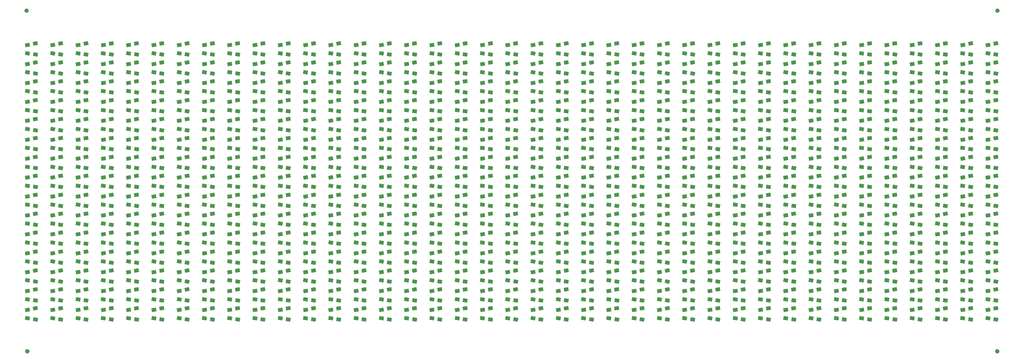
<source format=gtp>
G04*
G04 #@! TF.GenerationSoftware,Altium Limited,Altium Designer,18.1.7 (191)*
G04*
G04 Layer_Color=8421504*
%FSLAX44Y44*%
%MOMM*%
G71*
G01*
G75*
G04:AMPARAMS|DCode=11|XSize=2.2mm|YSize=1.8mm|CornerRadius=0mm|HoleSize=0mm|Usage=FLASHONLY|Rotation=350.000|XOffset=0mm|YOffset=0mm|HoleType=Round|Shape=Rectangle|*
%AMROTATEDRECTD11*
4,1,4,-1.2396,-0.6953,-0.9270,1.0773,1.2396,0.6953,0.9270,-1.0773,-1.2396,-0.6953,0.0*
%
%ADD11ROTATEDRECTD11*%

G04:AMPARAMS|DCode=12|XSize=2.2mm|YSize=1.8mm|CornerRadius=0mm|HoleSize=0mm|Usage=FLASHONLY|Rotation=190.000|XOffset=0mm|YOffset=0mm|HoleType=Round|Shape=Rectangle|*
%AMROTATEDRECTD12*
4,1,4,0.9270,1.0773,1.2396,-0.6953,-0.9270,-1.0773,-1.2396,0.6953,0.9270,1.0773,0.0*
%
%ADD12ROTATEDRECTD12*%

%ADD17C,2.0000*%
D11*
X88711Y351701D02*
D03*
X51115Y357314D02*
D03*
X88711Y261701D02*
D03*
X51115Y267314D02*
D03*
X88711Y171701D02*
D03*
X51115Y177314D02*
D03*
X88711Y1071701D02*
D03*
X51115Y1077315D02*
D03*
X88711Y1161701D02*
D03*
X51115Y1167315D02*
D03*
X88711Y1251701D02*
D03*
X51115Y1257315D02*
D03*
X88711Y1341701D02*
D03*
X51115Y1347314D02*
D03*
X88711Y1431701D02*
D03*
X51115Y1437314D02*
D03*
X88711Y981701D02*
D03*
X51115Y987315D02*
D03*
X88711Y891701D02*
D03*
X51115Y897315D02*
D03*
X88711Y801701D02*
D03*
X51115Y807315D02*
D03*
X88711Y711701D02*
D03*
X51115Y717315D02*
D03*
X88711Y621701D02*
D03*
X51115Y627314D02*
D03*
X88711Y441701D02*
D03*
X51115Y447314D02*
D03*
X88711Y531701D02*
D03*
X51115Y537314D02*
D03*
X208711Y351701D02*
D03*
X171115Y357314D02*
D03*
X208711Y261701D02*
D03*
X171115Y267314D02*
D03*
X208711Y171701D02*
D03*
X171115Y177314D02*
D03*
X208711Y1071701D02*
D03*
X171115Y1077315D02*
D03*
X208711Y1161701D02*
D03*
X171115Y1167315D02*
D03*
X208711Y1251701D02*
D03*
X171115Y1257315D02*
D03*
X208711Y1341701D02*
D03*
X171115Y1347314D02*
D03*
X208711Y1431701D02*
D03*
X171115Y1437314D02*
D03*
X208711Y981701D02*
D03*
X171115Y987315D02*
D03*
X208711Y891701D02*
D03*
X171115Y897315D02*
D03*
X208711Y801701D02*
D03*
X171115Y807315D02*
D03*
X208711Y711701D02*
D03*
X171115Y717315D02*
D03*
X208711Y621701D02*
D03*
X171115Y627314D02*
D03*
X208711Y441701D02*
D03*
X171115Y447314D02*
D03*
X208711Y531701D02*
D03*
X171115Y537314D02*
D03*
X328711Y351701D02*
D03*
X291115Y357314D02*
D03*
X328711Y261701D02*
D03*
X291115Y267314D02*
D03*
X328711Y171701D02*
D03*
X291115Y177314D02*
D03*
X328711Y1071701D02*
D03*
X291115Y1077315D02*
D03*
X328711Y1161701D02*
D03*
X291115Y1167315D02*
D03*
X328711Y1251701D02*
D03*
X291115Y1257315D02*
D03*
X328711Y1341701D02*
D03*
X291115Y1347314D02*
D03*
X328711Y1431701D02*
D03*
X291115Y1437314D02*
D03*
X328711Y981701D02*
D03*
X291115Y987315D02*
D03*
X328711Y891701D02*
D03*
X291115Y897315D02*
D03*
X328711Y801701D02*
D03*
X291115Y807315D02*
D03*
X328711Y711701D02*
D03*
X291115Y717315D02*
D03*
X328711Y621701D02*
D03*
X291115Y627314D02*
D03*
X328711Y441701D02*
D03*
X291115Y447314D02*
D03*
X328711Y531701D02*
D03*
X291115Y537314D02*
D03*
X448711Y351701D02*
D03*
X411115Y357314D02*
D03*
X448711Y261701D02*
D03*
X411115Y267314D02*
D03*
X448711Y171701D02*
D03*
X411115Y177314D02*
D03*
X448711Y1071701D02*
D03*
X411115Y1077315D02*
D03*
X448711Y1161701D02*
D03*
X411115Y1167315D02*
D03*
X448711Y1251701D02*
D03*
X411115Y1257315D02*
D03*
X448711Y1341701D02*
D03*
X411115Y1347314D02*
D03*
X448711Y1431701D02*
D03*
X411115Y1437314D02*
D03*
X448711Y981701D02*
D03*
X411115Y987315D02*
D03*
X448711Y891701D02*
D03*
X411115Y897315D02*
D03*
X448711Y801701D02*
D03*
X411115Y807315D02*
D03*
X448711Y711701D02*
D03*
X411115Y717315D02*
D03*
X448711Y621701D02*
D03*
X411115Y627314D02*
D03*
X448711Y441701D02*
D03*
X411115Y447314D02*
D03*
X448711Y531701D02*
D03*
X411115Y537314D02*
D03*
X568711Y351701D02*
D03*
X531115Y357314D02*
D03*
X568711Y261701D02*
D03*
X531115Y267314D02*
D03*
X568711Y171701D02*
D03*
X531115Y177314D02*
D03*
X568711Y1071701D02*
D03*
X531115Y1077315D02*
D03*
X568711Y1161701D02*
D03*
X531115Y1167315D02*
D03*
X568711Y1251701D02*
D03*
X531115Y1257315D02*
D03*
X568711Y1341701D02*
D03*
X531115Y1347314D02*
D03*
X568711Y1431701D02*
D03*
X531115Y1437314D02*
D03*
X568711Y981701D02*
D03*
X531115Y987315D02*
D03*
X568711Y891701D02*
D03*
X531115Y897315D02*
D03*
X568711Y801701D02*
D03*
X531115Y807315D02*
D03*
X568711Y711701D02*
D03*
X531115Y717315D02*
D03*
X568711Y621701D02*
D03*
X531115Y627314D02*
D03*
X568711Y441701D02*
D03*
X531115Y447314D02*
D03*
X568711Y531701D02*
D03*
X531115Y537314D02*
D03*
X688711Y351701D02*
D03*
X651115Y357314D02*
D03*
X688711Y261701D02*
D03*
X651115Y267314D02*
D03*
X688711Y171701D02*
D03*
X651115Y177314D02*
D03*
X688711Y1071701D02*
D03*
X651115Y1077315D02*
D03*
X688711Y1161701D02*
D03*
X651115Y1167315D02*
D03*
X688711Y1251701D02*
D03*
X651115Y1257315D02*
D03*
X688711Y1341701D02*
D03*
X651115Y1347314D02*
D03*
X688711Y1431701D02*
D03*
X651115Y1437314D02*
D03*
X688711Y981701D02*
D03*
X651115Y987315D02*
D03*
X688711Y891701D02*
D03*
X651115Y897315D02*
D03*
X688711Y801701D02*
D03*
X651115Y807315D02*
D03*
X688711Y711701D02*
D03*
X651115Y717315D02*
D03*
X688711Y621701D02*
D03*
X651115Y627314D02*
D03*
X688711Y441701D02*
D03*
X651115Y447314D02*
D03*
X688711Y531701D02*
D03*
X651115Y537314D02*
D03*
X808711Y351701D02*
D03*
X771115Y357314D02*
D03*
X808711Y261701D02*
D03*
X771115Y267314D02*
D03*
X808711Y171701D02*
D03*
X771115Y177314D02*
D03*
X808711Y1071701D02*
D03*
X771115Y1077315D02*
D03*
X808711Y1161701D02*
D03*
X771115Y1167315D02*
D03*
X808711Y1251701D02*
D03*
X771115Y1257315D02*
D03*
X808711Y1341701D02*
D03*
X771115Y1347314D02*
D03*
X808711Y1431701D02*
D03*
X771115Y1437314D02*
D03*
X808711Y981701D02*
D03*
X771115Y987315D02*
D03*
X808711Y891701D02*
D03*
X771115Y897315D02*
D03*
X808711Y801701D02*
D03*
X771115Y807315D02*
D03*
X808711Y711701D02*
D03*
X771115Y717315D02*
D03*
X808711Y621701D02*
D03*
X771115Y627314D02*
D03*
X808711Y441701D02*
D03*
X771115Y447314D02*
D03*
X808711Y531701D02*
D03*
X771115Y537314D02*
D03*
X928711Y351701D02*
D03*
X891115Y357314D02*
D03*
X928711Y261701D02*
D03*
X891115Y267314D02*
D03*
X928711Y171701D02*
D03*
X891115Y177314D02*
D03*
X928711Y1071701D02*
D03*
X891115Y1077315D02*
D03*
X928711Y1161701D02*
D03*
X891115Y1167315D02*
D03*
X928711Y1251701D02*
D03*
X891115Y1257315D02*
D03*
X928711Y1341701D02*
D03*
X891115Y1347314D02*
D03*
X928711Y1431701D02*
D03*
X891115Y1437314D02*
D03*
X928711Y981701D02*
D03*
X891115Y987315D02*
D03*
X928711Y891701D02*
D03*
X891115Y897315D02*
D03*
X928711Y801701D02*
D03*
X891115Y807315D02*
D03*
X928711Y711701D02*
D03*
X891115Y717315D02*
D03*
X928711Y621701D02*
D03*
X891115Y627314D02*
D03*
X928711Y441701D02*
D03*
X891115Y447314D02*
D03*
X928711Y531701D02*
D03*
X891115Y537314D02*
D03*
X1048711Y351701D02*
D03*
X1011115Y357314D02*
D03*
X1048711Y261701D02*
D03*
X1011115Y267314D02*
D03*
X1048711Y171701D02*
D03*
X1011115Y177314D02*
D03*
X1048711Y1071701D02*
D03*
X1011115Y1077315D02*
D03*
X1048711Y1161701D02*
D03*
X1011115Y1167315D02*
D03*
X1048711Y1251701D02*
D03*
X1011115Y1257315D02*
D03*
X1048711Y1341701D02*
D03*
X1011115Y1347314D02*
D03*
X1048711Y1431701D02*
D03*
X1011115Y1437314D02*
D03*
X1048711Y981701D02*
D03*
X1011115Y987315D02*
D03*
X1048711Y891701D02*
D03*
X1011115Y897315D02*
D03*
X1048711Y801701D02*
D03*
X1011115Y807315D02*
D03*
X1048711Y711701D02*
D03*
X1011115Y717315D02*
D03*
X1048711Y621701D02*
D03*
X1011115Y627314D02*
D03*
X1048711Y441701D02*
D03*
X1011115Y447314D02*
D03*
X1048711Y531701D02*
D03*
X1011115Y537314D02*
D03*
X1168711Y351701D02*
D03*
X1131115Y357314D02*
D03*
X1168711Y261701D02*
D03*
X1131115Y267314D02*
D03*
X1168711Y171701D02*
D03*
X1131115Y177314D02*
D03*
X1168711Y1071701D02*
D03*
X1131115Y1077315D02*
D03*
X1168711Y1161701D02*
D03*
X1131115Y1167315D02*
D03*
X1168711Y1251701D02*
D03*
X1131115Y1257315D02*
D03*
X1168711Y1341701D02*
D03*
X1131115Y1347314D02*
D03*
X1168711Y1431701D02*
D03*
X1131115Y1437314D02*
D03*
X1168711Y981701D02*
D03*
X1131115Y987315D02*
D03*
X1168711Y891701D02*
D03*
X1131115Y897315D02*
D03*
X1168711Y801701D02*
D03*
X1131115Y807315D02*
D03*
X1168711Y711701D02*
D03*
X1131115Y717315D02*
D03*
X1168711Y621701D02*
D03*
X1131115Y627314D02*
D03*
X1168711Y441701D02*
D03*
X1131115Y447314D02*
D03*
X1168711Y531701D02*
D03*
X1131115Y537314D02*
D03*
X1288711Y351701D02*
D03*
X1251115Y357314D02*
D03*
X1288711Y261701D02*
D03*
X1251115Y267314D02*
D03*
X1288711Y171701D02*
D03*
X1251115Y177314D02*
D03*
X1288711Y1071701D02*
D03*
X1251115Y1077315D02*
D03*
X1288711Y1161701D02*
D03*
X1251115Y1167315D02*
D03*
X1288711Y1251701D02*
D03*
X1251115Y1257315D02*
D03*
X1288711Y1341701D02*
D03*
X1251115Y1347314D02*
D03*
X1288711Y1431701D02*
D03*
X1251115Y1437314D02*
D03*
X1288711Y981701D02*
D03*
X1251115Y987315D02*
D03*
X1288711Y891701D02*
D03*
X1251115Y897315D02*
D03*
X1288711Y801701D02*
D03*
X1251115Y807315D02*
D03*
X1288711Y711701D02*
D03*
X1251115Y717315D02*
D03*
X1288711Y621701D02*
D03*
X1251115Y627314D02*
D03*
X1288711Y441701D02*
D03*
X1251115Y447314D02*
D03*
X1288711Y531701D02*
D03*
X1251115Y537314D02*
D03*
X1408711Y351701D02*
D03*
X1371115Y357314D02*
D03*
X1408711Y261701D02*
D03*
X1371115Y267314D02*
D03*
X1408711Y171701D02*
D03*
X1371115Y177314D02*
D03*
X1408711Y1071701D02*
D03*
X1371115Y1077315D02*
D03*
X1408711Y1161701D02*
D03*
X1371115Y1167315D02*
D03*
X1408711Y1251701D02*
D03*
X1371115Y1257315D02*
D03*
X1408711Y1341701D02*
D03*
X1371115Y1347314D02*
D03*
X1408711Y1431701D02*
D03*
X1371115Y1437314D02*
D03*
X1408711Y981701D02*
D03*
X1371115Y987315D02*
D03*
X1408711Y891701D02*
D03*
X1371115Y897315D02*
D03*
X1408711Y801701D02*
D03*
X1371115Y807315D02*
D03*
X1408711Y711701D02*
D03*
X1371115Y717315D02*
D03*
X1408711Y621701D02*
D03*
X1371115Y627314D02*
D03*
X1408711Y441701D02*
D03*
X1371115Y447314D02*
D03*
X1408711Y531701D02*
D03*
X1371115Y537314D02*
D03*
X1528711Y351701D02*
D03*
X1491115Y357314D02*
D03*
X1528711Y261701D02*
D03*
X1491115Y267314D02*
D03*
X1528711Y171701D02*
D03*
X1491115Y177314D02*
D03*
X1528711Y1071701D02*
D03*
X1491115Y1077315D02*
D03*
X1528711Y1161701D02*
D03*
X1491115Y1167315D02*
D03*
X1528711Y1251701D02*
D03*
X1491115Y1257315D02*
D03*
X1528711Y1341701D02*
D03*
X1491115Y1347314D02*
D03*
X1528711Y1431701D02*
D03*
X1491115Y1437314D02*
D03*
X1528711Y981701D02*
D03*
X1491115Y987315D02*
D03*
X1528711Y891701D02*
D03*
X1491115Y897315D02*
D03*
X1528711Y801701D02*
D03*
X1491115Y807315D02*
D03*
X1528711Y711701D02*
D03*
X1491115Y717315D02*
D03*
X1528711Y621701D02*
D03*
X1491115Y627314D02*
D03*
X1528711Y441701D02*
D03*
X1491115Y447314D02*
D03*
X1528711Y531701D02*
D03*
X1491115Y537314D02*
D03*
X1648711Y351701D02*
D03*
X1611115Y357314D02*
D03*
X1648711Y261701D02*
D03*
X1611115Y267314D02*
D03*
X1648711Y171701D02*
D03*
X1611115Y177314D02*
D03*
X1648711Y1071701D02*
D03*
X1611115Y1077315D02*
D03*
X1648711Y1161701D02*
D03*
X1611115Y1167315D02*
D03*
X1648711Y1251701D02*
D03*
X1611115Y1257315D02*
D03*
X1648711Y1341701D02*
D03*
X1611115Y1347314D02*
D03*
X1648711Y1431701D02*
D03*
X1611115Y1437314D02*
D03*
X1648711Y981701D02*
D03*
X1611115Y987315D02*
D03*
X1648711Y891701D02*
D03*
X1611115Y897315D02*
D03*
X1648711Y801701D02*
D03*
X1611115Y807315D02*
D03*
X1648711Y711701D02*
D03*
X1611115Y717315D02*
D03*
X1648711Y621701D02*
D03*
X1611115Y627314D02*
D03*
X1648711Y441701D02*
D03*
X1611115Y447314D02*
D03*
X1648711Y531701D02*
D03*
X1611115Y537314D02*
D03*
X1768711Y351701D02*
D03*
X1731115Y357314D02*
D03*
X1768711Y261701D02*
D03*
X1731115Y267314D02*
D03*
X1768711Y171701D02*
D03*
X1731115Y177314D02*
D03*
X1768711Y1071701D02*
D03*
X1731115Y1077315D02*
D03*
X1768711Y1161701D02*
D03*
X1731115Y1167315D02*
D03*
X1768711Y1251701D02*
D03*
X1731115Y1257315D02*
D03*
X1768711Y1341701D02*
D03*
X1731115Y1347314D02*
D03*
X1768711Y1431701D02*
D03*
X1731115Y1437314D02*
D03*
X1768711Y981701D02*
D03*
X1731115Y987315D02*
D03*
X1768711Y891701D02*
D03*
X1731115Y897315D02*
D03*
X1768711Y801701D02*
D03*
X1731115Y807315D02*
D03*
X1768711Y711701D02*
D03*
X1731115Y717315D02*
D03*
X1768711Y621701D02*
D03*
X1731115Y627314D02*
D03*
X1768711Y441701D02*
D03*
X1731115Y447314D02*
D03*
X1768711Y531701D02*
D03*
X1731115Y537314D02*
D03*
X1888711Y351701D02*
D03*
X1851115Y357314D02*
D03*
X1888711Y261701D02*
D03*
X1851115Y267314D02*
D03*
X1888711Y171701D02*
D03*
X1851115Y177314D02*
D03*
X1888711Y1071701D02*
D03*
X1851115Y1077315D02*
D03*
X1888711Y1161701D02*
D03*
X1851115Y1167315D02*
D03*
X1888711Y1251701D02*
D03*
X1851115Y1257315D02*
D03*
X1888711Y1341701D02*
D03*
X1851115Y1347314D02*
D03*
X1888711Y1431701D02*
D03*
X1851115Y1437314D02*
D03*
X1888711Y981701D02*
D03*
X1851115Y987315D02*
D03*
X1888711Y891701D02*
D03*
X1851115Y897315D02*
D03*
X1888711Y801701D02*
D03*
X1851115Y807315D02*
D03*
X1888711Y711701D02*
D03*
X1851115Y717315D02*
D03*
X1888711Y621701D02*
D03*
X1851115Y627314D02*
D03*
X1888711Y441701D02*
D03*
X1851115Y447314D02*
D03*
X1888711Y531701D02*
D03*
X1851115Y537314D02*
D03*
X2008711Y351701D02*
D03*
X1971115Y357314D02*
D03*
X2008711Y261701D02*
D03*
X1971115Y267314D02*
D03*
X2008711Y171701D02*
D03*
X1971115Y177314D02*
D03*
X2008711Y1071701D02*
D03*
X1971115Y1077315D02*
D03*
X2008711Y1161701D02*
D03*
X1971115Y1167315D02*
D03*
X2008711Y1251701D02*
D03*
X1971115Y1257315D02*
D03*
X2008711Y1341701D02*
D03*
X1971115Y1347314D02*
D03*
X2008711Y1431701D02*
D03*
X1971115Y1437314D02*
D03*
X2008711Y981701D02*
D03*
X1971115Y987315D02*
D03*
X2008711Y891701D02*
D03*
X1971115Y897315D02*
D03*
X2008711Y801701D02*
D03*
X1971115Y807315D02*
D03*
X2008711Y711701D02*
D03*
X1971115Y717315D02*
D03*
X2008711Y621701D02*
D03*
X1971115Y627314D02*
D03*
X2008711Y441701D02*
D03*
X1971115Y447314D02*
D03*
X2008711Y531701D02*
D03*
X1971115Y537314D02*
D03*
X2128711Y351701D02*
D03*
X2091115Y357314D02*
D03*
X2128711Y261701D02*
D03*
X2091115Y267314D02*
D03*
X2128711Y171701D02*
D03*
X2091115Y177314D02*
D03*
X2128711Y1071701D02*
D03*
X2091115Y1077315D02*
D03*
X2128711Y1161701D02*
D03*
X2091115Y1167315D02*
D03*
X2128711Y1251701D02*
D03*
X2091115Y1257315D02*
D03*
X2128711Y1341701D02*
D03*
X2091115Y1347314D02*
D03*
X2128711Y1431701D02*
D03*
X2091115Y1437314D02*
D03*
X2128711Y981701D02*
D03*
X2091115Y987315D02*
D03*
X2128711Y891701D02*
D03*
X2091115Y897315D02*
D03*
X2128711Y801701D02*
D03*
X2091115Y807315D02*
D03*
X2128711Y711701D02*
D03*
X2091115Y717315D02*
D03*
X2128711Y621701D02*
D03*
X2091115Y627314D02*
D03*
X2128711Y441701D02*
D03*
X2091115Y447314D02*
D03*
X2128711Y531701D02*
D03*
X2091115Y537314D02*
D03*
X2248711Y351701D02*
D03*
X2211115Y357314D02*
D03*
X2248711Y261701D02*
D03*
X2211115Y267314D02*
D03*
X2248711Y171701D02*
D03*
X2211115Y177314D02*
D03*
X2248711Y1071701D02*
D03*
X2211115Y1077315D02*
D03*
X2248711Y1161701D02*
D03*
X2211115Y1167315D02*
D03*
X2248711Y1251701D02*
D03*
X2211115Y1257315D02*
D03*
X2248711Y1341701D02*
D03*
X2211115Y1347314D02*
D03*
X2248711Y1431701D02*
D03*
X2211115Y1437314D02*
D03*
X2248711Y981701D02*
D03*
X2211115Y987315D02*
D03*
X2248711Y891701D02*
D03*
X2211115Y897315D02*
D03*
X2248711Y801701D02*
D03*
X2211115Y807315D02*
D03*
X2248711Y711701D02*
D03*
X2211115Y717315D02*
D03*
X2248711Y621701D02*
D03*
X2211115Y627314D02*
D03*
X2248711Y441701D02*
D03*
X2211115Y447314D02*
D03*
X2248711Y531701D02*
D03*
X2211115Y537314D02*
D03*
X2368711Y351701D02*
D03*
X2331115Y357314D02*
D03*
X2368711Y261701D02*
D03*
X2331115Y267314D02*
D03*
X2368711Y171701D02*
D03*
X2331115Y177314D02*
D03*
X2368711Y1071701D02*
D03*
X2331115Y1077315D02*
D03*
X2368711Y1161701D02*
D03*
X2331115Y1167315D02*
D03*
X2368711Y1251701D02*
D03*
X2331115Y1257315D02*
D03*
X2368711Y1341701D02*
D03*
X2331115Y1347314D02*
D03*
X2368711Y1431701D02*
D03*
X2331115Y1437314D02*
D03*
X2368711Y981701D02*
D03*
X2331115Y987315D02*
D03*
X2368711Y891701D02*
D03*
X2331115Y897315D02*
D03*
X2368711Y801701D02*
D03*
X2331115Y807315D02*
D03*
X2368711Y711701D02*
D03*
X2331115Y717315D02*
D03*
X2368711Y621701D02*
D03*
X2331115Y627314D02*
D03*
X2368711Y441701D02*
D03*
X2331115Y447314D02*
D03*
X2368711Y531701D02*
D03*
X2331115Y537314D02*
D03*
X2488711Y351701D02*
D03*
X2451115Y357314D02*
D03*
X2488711Y261701D02*
D03*
X2451115Y267314D02*
D03*
X2488711Y171701D02*
D03*
X2451115Y177314D02*
D03*
X2488711Y1071701D02*
D03*
X2451115Y1077315D02*
D03*
X2488711Y1161701D02*
D03*
X2451115Y1167315D02*
D03*
X2488711Y1251701D02*
D03*
X2451115Y1257315D02*
D03*
X2488711Y1341701D02*
D03*
X2451115Y1347314D02*
D03*
X2488711Y1431701D02*
D03*
X2451115Y1437314D02*
D03*
X2488711Y981701D02*
D03*
X2451115Y987315D02*
D03*
X2488711Y891701D02*
D03*
X2451115Y897315D02*
D03*
X2488711Y801701D02*
D03*
X2451115Y807315D02*
D03*
X2488711Y711701D02*
D03*
X2451115Y717315D02*
D03*
X2488711Y621701D02*
D03*
X2451115Y627314D02*
D03*
X2488711Y441701D02*
D03*
X2451115Y447314D02*
D03*
X2488711Y531701D02*
D03*
X2451115Y537314D02*
D03*
X2608711Y351701D02*
D03*
X2571115Y357314D02*
D03*
X2608711Y261701D02*
D03*
X2571115Y267314D02*
D03*
X2608711Y171701D02*
D03*
X2571115Y177314D02*
D03*
X2608711Y1071701D02*
D03*
X2571115Y1077315D02*
D03*
X2608711Y1161701D02*
D03*
X2571115Y1167315D02*
D03*
X2608711Y1251701D02*
D03*
X2571115Y1257315D02*
D03*
X2608711Y1341701D02*
D03*
X2571115Y1347314D02*
D03*
X2608711Y1431701D02*
D03*
X2571115Y1437314D02*
D03*
X2608711Y981701D02*
D03*
X2571115Y987315D02*
D03*
X2608711Y891701D02*
D03*
X2571115Y897315D02*
D03*
X2608711Y801701D02*
D03*
X2571115Y807315D02*
D03*
X2608711Y711701D02*
D03*
X2571115Y717315D02*
D03*
X2608711Y621701D02*
D03*
X2571115Y627314D02*
D03*
X2608711Y441701D02*
D03*
X2571115Y447314D02*
D03*
X2608711Y531701D02*
D03*
X2571115Y537314D02*
D03*
X2728711Y351701D02*
D03*
X2691115Y357314D02*
D03*
X2728711Y261701D02*
D03*
X2691115Y267314D02*
D03*
X2728711Y171701D02*
D03*
X2691115Y177314D02*
D03*
X2728711Y1071701D02*
D03*
X2691115Y1077315D02*
D03*
X2728711Y1161701D02*
D03*
X2691115Y1167315D02*
D03*
X2728711Y1251701D02*
D03*
X2691115Y1257315D02*
D03*
X2728711Y1341701D02*
D03*
X2691115Y1347314D02*
D03*
X2728711Y1431701D02*
D03*
X2691115Y1437314D02*
D03*
X2728711Y981701D02*
D03*
X2691115Y987315D02*
D03*
X2728711Y891701D02*
D03*
X2691115Y897315D02*
D03*
X2728711Y801701D02*
D03*
X2691115Y807315D02*
D03*
X2728711Y711701D02*
D03*
X2691115Y717315D02*
D03*
X2728711Y621701D02*
D03*
X2691115Y627314D02*
D03*
X2728711Y441701D02*
D03*
X2691115Y447314D02*
D03*
X2728711Y531701D02*
D03*
X2691115Y537314D02*
D03*
X2848711Y351701D02*
D03*
X2811115Y357314D02*
D03*
X2848711Y261701D02*
D03*
X2811115Y267314D02*
D03*
X2848711Y171701D02*
D03*
X2811115Y177314D02*
D03*
X2848711Y1071701D02*
D03*
X2811115Y1077315D02*
D03*
X2848711Y1161701D02*
D03*
X2811115Y1167315D02*
D03*
X2848711Y1251701D02*
D03*
X2811115Y1257315D02*
D03*
X2848711Y1341701D02*
D03*
X2811115Y1347314D02*
D03*
X2848711Y1431701D02*
D03*
X2811115Y1437314D02*
D03*
X2848711Y981701D02*
D03*
X2811115Y987315D02*
D03*
X2848711Y891701D02*
D03*
X2811115Y897315D02*
D03*
X2848711Y801701D02*
D03*
X2811115Y807315D02*
D03*
X2848711Y711701D02*
D03*
X2811115Y717315D02*
D03*
X2848711Y621701D02*
D03*
X2811115Y627314D02*
D03*
X2848711Y441701D02*
D03*
X2811115Y447314D02*
D03*
X2848711Y531701D02*
D03*
X2811115Y537314D02*
D03*
X2968711Y351701D02*
D03*
X2931115Y357314D02*
D03*
X2968711Y261701D02*
D03*
X2931115Y267314D02*
D03*
X2968711Y171701D02*
D03*
X2931115Y177314D02*
D03*
X2968711Y1071701D02*
D03*
X2931115Y1077315D02*
D03*
X2968711Y1161701D02*
D03*
X2931115Y1167315D02*
D03*
X2968711Y1251701D02*
D03*
X2931115Y1257315D02*
D03*
X2968711Y1341701D02*
D03*
X2931115Y1347314D02*
D03*
X2968711Y1431701D02*
D03*
X2931115Y1437314D02*
D03*
X2968711Y981701D02*
D03*
X2931115Y987315D02*
D03*
X2968711Y891701D02*
D03*
X2931115Y897315D02*
D03*
X2968711Y801701D02*
D03*
X2931115Y807315D02*
D03*
X2968711Y711701D02*
D03*
X2931115Y717315D02*
D03*
X2968711Y621701D02*
D03*
X2931115Y627314D02*
D03*
X2968711Y441701D02*
D03*
X2931115Y447314D02*
D03*
X2968711Y531701D02*
D03*
X2931115Y537314D02*
D03*
X3088711Y351701D02*
D03*
X3051115Y357314D02*
D03*
X3088711Y261701D02*
D03*
X3051115Y267314D02*
D03*
X3088711Y171701D02*
D03*
X3051115Y177314D02*
D03*
X3088711Y1071701D02*
D03*
X3051115Y1077315D02*
D03*
X3088711Y1161701D02*
D03*
X3051115Y1167315D02*
D03*
X3088711Y1251701D02*
D03*
X3051115Y1257315D02*
D03*
X3088711Y1341701D02*
D03*
X3051115Y1347314D02*
D03*
X3088711Y1431701D02*
D03*
X3051115Y1437314D02*
D03*
X3088711Y981701D02*
D03*
X3051115Y987315D02*
D03*
X3088711Y891701D02*
D03*
X3051115Y897315D02*
D03*
X3088711Y801701D02*
D03*
X3051115Y807315D02*
D03*
X3088711Y711701D02*
D03*
X3051115Y717315D02*
D03*
X3088711Y621701D02*
D03*
X3051115Y627314D02*
D03*
X3088711Y441701D02*
D03*
X3051115Y447314D02*
D03*
X3088711Y531701D02*
D03*
X3051115Y537314D02*
D03*
X3208711Y351701D02*
D03*
X3171115Y357314D02*
D03*
X3208711Y261701D02*
D03*
X3171115Y267314D02*
D03*
X3208711Y171701D02*
D03*
X3171115Y177314D02*
D03*
X3208711Y1071701D02*
D03*
X3171115Y1077315D02*
D03*
X3208711Y1161701D02*
D03*
X3171115Y1167315D02*
D03*
X3208711Y1251701D02*
D03*
X3171115Y1257315D02*
D03*
X3208711Y1341701D02*
D03*
X3171115Y1347314D02*
D03*
X3208711Y1431701D02*
D03*
X3171115Y1437314D02*
D03*
X3208711Y981701D02*
D03*
X3171115Y987315D02*
D03*
X3208711Y891701D02*
D03*
X3171115Y897315D02*
D03*
X3208711Y801701D02*
D03*
X3171115Y807315D02*
D03*
X3208711Y711701D02*
D03*
X3171115Y717315D02*
D03*
X3208711Y621701D02*
D03*
X3171115Y627314D02*
D03*
X3208711Y441701D02*
D03*
X3171115Y447314D02*
D03*
X3208711Y531701D02*
D03*
X3171115Y537314D02*
D03*
X3328711Y351701D02*
D03*
X3291115Y357314D02*
D03*
X3328711Y261701D02*
D03*
X3291115Y267314D02*
D03*
X3328711Y171701D02*
D03*
X3291115Y177314D02*
D03*
X3328711Y1071701D02*
D03*
X3291115Y1077315D02*
D03*
X3328711Y1161701D02*
D03*
X3291115Y1167315D02*
D03*
X3328711Y1251701D02*
D03*
X3291115Y1257315D02*
D03*
X3328711Y1341701D02*
D03*
X3291115Y1347314D02*
D03*
X3328711Y1431701D02*
D03*
X3291115Y1437314D02*
D03*
X3328711Y981701D02*
D03*
X3291115Y987315D02*
D03*
X3328711Y891701D02*
D03*
X3291115Y897315D02*
D03*
X3328711Y801701D02*
D03*
X3291115Y807315D02*
D03*
X3328711Y711701D02*
D03*
X3291115Y717315D02*
D03*
X3328711Y621701D02*
D03*
X3291115Y627314D02*
D03*
X3328711Y441701D02*
D03*
X3291115Y447314D02*
D03*
X3328711Y531701D02*
D03*
X3291115Y537314D02*
D03*
X3448711Y351701D02*
D03*
X3411115Y357314D02*
D03*
X3448711Y261701D02*
D03*
X3411115Y267314D02*
D03*
X3448711Y171701D02*
D03*
X3411115Y177314D02*
D03*
X3448711Y1071701D02*
D03*
X3411115Y1077315D02*
D03*
X3448711Y1161701D02*
D03*
X3411115Y1167315D02*
D03*
X3448711Y1251701D02*
D03*
X3411115Y1257315D02*
D03*
X3448711Y1341701D02*
D03*
X3411115Y1347314D02*
D03*
X3448711Y1431701D02*
D03*
X3411115Y1437314D02*
D03*
X3448711Y981701D02*
D03*
X3411115Y987315D02*
D03*
X3448711Y891701D02*
D03*
X3411115Y897315D02*
D03*
X3448711Y801701D02*
D03*
X3411115Y807315D02*
D03*
X3448711Y711701D02*
D03*
X3411115Y717315D02*
D03*
X3448711Y621701D02*
D03*
X3411115Y627314D02*
D03*
X3448711Y441701D02*
D03*
X3411115Y447314D02*
D03*
X3448711Y531701D02*
D03*
X3411115Y537314D02*
D03*
X3568711Y351701D02*
D03*
X3531115Y357314D02*
D03*
X3568711Y261701D02*
D03*
X3531115Y267314D02*
D03*
X3568711Y171701D02*
D03*
X3531115Y177314D02*
D03*
X3568711Y1071701D02*
D03*
X3531115Y1077315D02*
D03*
X3568711Y1161701D02*
D03*
X3531115Y1167315D02*
D03*
X3568711Y1251701D02*
D03*
X3531115Y1257315D02*
D03*
X3568711Y1341701D02*
D03*
X3531115Y1347314D02*
D03*
X3568711Y1431701D02*
D03*
X3531115Y1437314D02*
D03*
X3568711Y981701D02*
D03*
X3531115Y987315D02*
D03*
X3568711Y891701D02*
D03*
X3531115Y897315D02*
D03*
X3568711Y801701D02*
D03*
X3531115Y807315D02*
D03*
X3568711Y711701D02*
D03*
X3531115Y717315D02*
D03*
X3568711Y621701D02*
D03*
X3531115Y627314D02*
D03*
X3568711Y441701D02*
D03*
X3531115Y447314D02*
D03*
X3568711Y531701D02*
D03*
X3531115Y537314D02*
D03*
X3688711Y351701D02*
D03*
X3651115Y357314D02*
D03*
X3688711Y261701D02*
D03*
X3651115Y267314D02*
D03*
X3688711Y171701D02*
D03*
X3651115Y177314D02*
D03*
X3688711Y1071701D02*
D03*
X3651115Y1077315D02*
D03*
X3688711Y1161701D02*
D03*
X3651115Y1167315D02*
D03*
X3688711Y1251701D02*
D03*
X3651115Y1257315D02*
D03*
X3688711Y1341701D02*
D03*
X3651115Y1347314D02*
D03*
X3688711Y1431701D02*
D03*
X3651115Y1437314D02*
D03*
X3688711Y981701D02*
D03*
X3651115Y987315D02*
D03*
X3688711Y891701D02*
D03*
X3651115Y897315D02*
D03*
X3688711Y801701D02*
D03*
X3651115Y807315D02*
D03*
X3688711Y711701D02*
D03*
X3651115Y717315D02*
D03*
X3688711Y621701D02*
D03*
X3651115Y627314D02*
D03*
X3688711Y441701D02*
D03*
X3651115Y447314D02*
D03*
X3688711Y531701D02*
D03*
X3651115Y537314D02*
D03*
X3808711Y351701D02*
D03*
X3771115Y357314D02*
D03*
X3808711Y261701D02*
D03*
X3771115Y267314D02*
D03*
X3808711Y171701D02*
D03*
X3771115Y177314D02*
D03*
X3808711Y1071701D02*
D03*
X3771115Y1077315D02*
D03*
X3808711Y1161701D02*
D03*
X3771115Y1167315D02*
D03*
X3808711Y1251701D02*
D03*
X3771115Y1257315D02*
D03*
X3808711Y1341701D02*
D03*
X3771115Y1347314D02*
D03*
X3808711Y1431701D02*
D03*
X3771115Y1437314D02*
D03*
X3808711Y981701D02*
D03*
X3771115Y987315D02*
D03*
X3808711Y891701D02*
D03*
X3771115Y897315D02*
D03*
X3808711Y801701D02*
D03*
X3771115Y807315D02*
D03*
X3808711Y711701D02*
D03*
X3771115Y717315D02*
D03*
X3808711Y621701D02*
D03*
X3771115Y627314D02*
D03*
X3808711Y441701D02*
D03*
X3771115Y447314D02*
D03*
X3808711Y531701D02*
D03*
X3771115Y537314D02*
D03*
X3928711Y351701D02*
D03*
X3891115Y357314D02*
D03*
X3928711Y261701D02*
D03*
X3891115Y267314D02*
D03*
X3928711Y171701D02*
D03*
X3891115Y177314D02*
D03*
X3928711Y1071701D02*
D03*
X3891115Y1077315D02*
D03*
X3928711Y1161701D02*
D03*
X3891115Y1167315D02*
D03*
X3928711Y1251701D02*
D03*
X3891115Y1257315D02*
D03*
X3928711Y1341701D02*
D03*
X3891115Y1347314D02*
D03*
X3928711Y1431701D02*
D03*
X3891115Y1437314D02*
D03*
X3928711Y981701D02*
D03*
X3891115Y987315D02*
D03*
X3928711Y891701D02*
D03*
X3891115Y897315D02*
D03*
X3928711Y801701D02*
D03*
X3891115Y807315D02*
D03*
X3928711Y711701D02*
D03*
X3891115Y717315D02*
D03*
X3928711Y621701D02*
D03*
X3891115Y627314D02*
D03*
X3928711Y441701D02*
D03*
X3891115Y447314D02*
D03*
X3928711Y531701D02*
D03*
X3891115Y537314D02*
D03*
X4048711Y351701D02*
D03*
X4011115Y357314D02*
D03*
X4048711Y261701D02*
D03*
X4011115Y267314D02*
D03*
X4048711Y171701D02*
D03*
X4011115Y177314D02*
D03*
X4048711Y1071701D02*
D03*
X4011115Y1077315D02*
D03*
X4048711Y1161701D02*
D03*
X4011115Y1167315D02*
D03*
X4048711Y1251701D02*
D03*
X4011115Y1257315D02*
D03*
X4048711Y1341701D02*
D03*
X4011115Y1347314D02*
D03*
X4048711Y1431701D02*
D03*
X4011115Y1437314D02*
D03*
X4048711Y981701D02*
D03*
X4011115Y987315D02*
D03*
X4048711Y891701D02*
D03*
X4011115Y897315D02*
D03*
X4048711Y801701D02*
D03*
X4011115Y807315D02*
D03*
X4048711Y711701D02*
D03*
X4011115Y717315D02*
D03*
X4048711Y621701D02*
D03*
X4011115Y627314D02*
D03*
X4048711Y441701D02*
D03*
X4011115Y447314D02*
D03*
X4048711Y531701D02*
D03*
X4011115Y537314D02*
D03*
X4168711Y351701D02*
D03*
X4131115Y357314D02*
D03*
X4168711Y261701D02*
D03*
X4131115Y267314D02*
D03*
X4168711Y171701D02*
D03*
X4131115Y177314D02*
D03*
X4168711Y1071701D02*
D03*
X4131115Y1077315D02*
D03*
X4168711Y1161701D02*
D03*
X4131115Y1167315D02*
D03*
X4168711Y1251701D02*
D03*
X4131115Y1257315D02*
D03*
X4168711Y1341701D02*
D03*
X4131115Y1347314D02*
D03*
X4168711Y1431701D02*
D03*
X4131115Y1437314D02*
D03*
X4168711Y981701D02*
D03*
X4131115Y987315D02*
D03*
X4168711Y891701D02*
D03*
X4131115Y897315D02*
D03*
X4168711Y801701D02*
D03*
X4131115Y807315D02*
D03*
X4168711Y711701D02*
D03*
X4131115Y717315D02*
D03*
X4168711Y621701D02*
D03*
X4131115Y627314D02*
D03*
X4168711Y441701D02*
D03*
X4131115Y447314D02*
D03*
X4168711Y531701D02*
D03*
X4131115Y537314D02*
D03*
X4288711Y351701D02*
D03*
X4251115Y357314D02*
D03*
X4288711Y261701D02*
D03*
X4251115Y267314D02*
D03*
X4288711Y171701D02*
D03*
X4251115Y177314D02*
D03*
X4288711Y1071701D02*
D03*
X4251115Y1077315D02*
D03*
X4288711Y1161701D02*
D03*
X4251115Y1167315D02*
D03*
X4288711Y1251701D02*
D03*
X4251115Y1257315D02*
D03*
X4288711Y1341701D02*
D03*
X4251115Y1347314D02*
D03*
X4288711Y1431701D02*
D03*
X4251115Y1437314D02*
D03*
X4288711Y981701D02*
D03*
X4251115Y987315D02*
D03*
X4288711Y891701D02*
D03*
X4251115Y897315D02*
D03*
X4288711Y801701D02*
D03*
X4251115Y807315D02*
D03*
X4288711Y711701D02*
D03*
X4251115Y717315D02*
D03*
X4288711Y621701D02*
D03*
X4251115Y627314D02*
D03*
X4288711Y441701D02*
D03*
X4251115Y447314D02*
D03*
X4288711Y531701D02*
D03*
X4251115Y537314D02*
D03*
X4408711Y351701D02*
D03*
X4371115Y357314D02*
D03*
X4408711Y261701D02*
D03*
X4371115Y267314D02*
D03*
X4408711Y171701D02*
D03*
X4371115Y177314D02*
D03*
X4408711Y1071701D02*
D03*
X4371115Y1077315D02*
D03*
X4408711Y1161701D02*
D03*
X4371115Y1167315D02*
D03*
X4408711Y1251701D02*
D03*
X4371115Y1257315D02*
D03*
X4408711Y1341701D02*
D03*
X4371115Y1347314D02*
D03*
X4408711Y1431701D02*
D03*
X4371115Y1437314D02*
D03*
X4408711Y981701D02*
D03*
X4371115Y987315D02*
D03*
X4408711Y891701D02*
D03*
X4371115Y897315D02*
D03*
X4408711Y801701D02*
D03*
X4371115Y807315D02*
D03*
X4408711Y711701D02*
D03*
X4371115Y717315D02*
D03*
X4408711Y621701D02*
D03*
X4371115Y627314D02*
D03*
X4408711Y441701D02*
D03*
X4371115Y447314D02*
D03*
X4408711Y531701D02*
D03*
X4371115Y537314D02*
D03*
X4528711Y351701D02*
D03*
X4491115Y357314D02*
D03*
X4528711Y261701D02*
D03*
X4491115Y267314D02*
D03*
X4528711Y171701D02*
D03*
X4491115Y177314D02*
D03*
X4528711Y1071701D02*
D03*
X4491115Y1077315D02*
D03*
X4528711Y1161701D02*
D03*
X4491115Y1167315D02*
D03*
X4528711Y1251701D02*
D03*
X4491115Y1257315D02*
D03*
X4528711Y1341701D02*
D03*
X4491115Y1347314D02*
D03*
X4528711Y1431701D02*
D03*
X4491115Y1437314D02*
D03*
X4528711Y981701D02*
D03*
X4491115Y987315D02*
D03*
X4528711Y891701D02*
D03*
X4491115Y897315D02*
D03*
X4528711Y801701D02*
D03*
X4491115Y807315D02*
D03*
X4528711Y711701D02*
D03*
X4491115Y717315D02*
D03*
X4528711Y621701D02*
D03*
X4491115Y627314D02*
D03*
X4528711Y441701D02*
D03*
X4491115Y447314D02*
D03*
X4528711Y531701D02*
D03*
X4491115Y537314D02*
D03*
X4648711Y351701D02*
D03*
X4611115Y357314D02*
D03*
X4648711Y261701D02*
D03*
X4611115Y267314D02*
D03*
X4648711Y171701D02*
D03*
X4611115Y177314D02*
D03*
X4648711Y1071701D02*
D03*
X4611115Y1077315D02*
D03*
X4648711Y1161701D02*
D03*
X4611115Y1167315D02*
D03*
X4648711Y1251701D02*
D03*
X4611115Y1257315D02*
D03*
X4648711Y1341701D02*
D03*
X4611115Y1347314D02*
D03*
X4648711Y1431701D02*
D03*
X4611115Y1437314D02*
D03*
X4648711Y981701D02*
D03*
X4611115Y987315D02*
D03*
X4648711Y891701D02*
D03*
X4611115Y897315D02*
D03*
X4648711Y801701D02*
D03*
X4611115Y807315D02*
D03*
X4648711Y711701D02*
D03*
X4611115Y717315D02*
D03*
X4648711Y621701D02*
D03*
X4611115Y627314D02*
D03*
X4648711Y441701D02*
D03*
X4611115Y447314D02*
D03*
X4648711Y531701D02*
D03*
X4611115Y537314D02*
D03*
D12*
X51289Y306701D02*
D03*
X88538Y314284D02*
D03*
X51289Y216701D02*
D03*
X88538Y224284D02*
D03*
X51289Y936701D02*
D03*
X88538Y944284D02*
D03*
X51289Y1116701D02*
D03*
X88538Y1124284D02*
D03*
X51289Y1206701D02*
D03*
X88538Y1214284D02*
D03*
X51289Y1296701D02*
D03*
X88538Y1304284D02*
D03*
X51289Y1386701D02*
D03*
X88538Y1394284D02*
D03*
X51289Y1476701D02*
D03*
X88538Y1484284D02*
D03*
X51289Y1026701D02*
D03*
X88538Y1034284D02*
D03*
X51289Y846701D02*
D03*
X88538Y854284D02*
D03*
X51289Y756701D02*
D03*
X88538Y764284D02*
D03*
X51289Y666701D02*
D03*
X88538Y674284D02*
D03*
X51289Y396701D02*
D03*
X88538Y404284D02*
D03*
X51289Y486701D02*
D03*
X88538Y494284D02*
D03*
X51289Y576701D02*
D03*
X88538Y584284D02*
D03*
X171289Y306701D02*
D03*
X208538Y314284D02*
D03*
X171289Y216701D02*
D03*
X208538Y224284D02*
D03*
X171289Y936701D02*
D03*
X208538Y944284D02*
D03*
X171289Y1116701D02*
D03*
X208538Y1124284D02*
D03*
X171289Y1206701D02*
D03*
X208538Y1214284D02*
D03*
X171289Y1296701D02*
D03*
X208538Y1304284D02*
D03*
X171289Y1386701D02*
D03*
X208538Y1394284D02*
D03*
X171289Y1476701D02*
D03*
X208538Y1484284D02*
D03*
X171289Y1026701D02*
D03*
X208538Y1034284D02*
D03*
X171289Y846701D02*
D03*
X208538Y854284D02*
D03*
X171289Y756701D02*
D03*
X208538Y764284D02*
D03*
X171289Y666701D02*
D03*
X208538Y674284D02*
D03*
X171289Y396701D02*
D03*
X208538Y404284D02*
D03*
X171289Y486701D02*
D03*
X208538Y494284D02*
D03*
X171289Y576701D02*
D03*
X208538Y584284D02*
D03*
X291289Y306701D02*
D03*
X328538Y314284D02*
D03*
X291289Y216701D02*
D03*
X328538Y224284D02*
D03*
X291289Y936701D02*
D03*
X328538Y944284D02*
D03*
X291289Y1116701D02*
D03*
X328538Y1124284D02*
D03*
X291289Y1206701D02*
D03*
X328538Y1214284D02*
D03*
X291289Y1296701D02*
D03*
X328538Y1304284D02*
D03*
X291289Y1386701D02*
D03*
X328538Y1394284D02*
D03*
X291289Y1476701D02*
D03*
X328538Y1484284D02*
D03*
X291289Y1026701D02*
D03*
X328538Y1034284D02*
D03*
X291289Y846701D02*
D03*
X328538Y854284D02*
D03*
X291289Y756701D02*
D03*
X328538Y764284D02*
D03*
X291289Y666701D02*
D03*
X328538Y674284D02*
D03*
X291289Y396701D02*
D03*
X328538Y404284D02*
D03*
X291289Y486701D02*
D03*
X328538Y494284D02*
D03*
X291289Y576701D02*
D03*
X328538Y584284D02*
D03*
X411289Y306701D02*
D03*
X448538Y314284D02*
D03*
X411289Y216701D02*
D03*
X448538Y224284D02*
D03*
X411289Y936701D02*
D03*
X448538Y944284D02*
D03*
X411289Y1116701D02*
D03*
X448538Y1124284D02*
D03*
X411289Y1206701D02*
D03*
X448538Y1214284D02*
D03*
X411289Y1296701D02*
D03*
X448538Y1304284D02*
D03*
X411289Y1386701D02*
D03*
X448538Y1394284D02*
D03*
X411289Y1476701D02*
D03*
X448538Y1484284D02*
D03*
X411289Y1026701D02*
D03*
X448538Y1034284D02*
D03*
X411289Y846701D02*
D03*
X448538Y854284D02*
D03*
X411289Y756701D02*
D03*
X448538Y764284D02*
D03*
X411289Y666701D02*
D03*
X448538Y674284D02*
D03*
X411289Y396701D02*
D03*
X448538Y404284D02*
D03*
X411289Y486701D02*
D03*
X448538Y494284D02*
D03*
X411289Y576701D02*
D03*
X448538Y584284D02*
D03*
X531289Y306701D02*
D03*
X568538Y314284D02*
D03*
X531289Y216701D02*
D03*
X568538Y224284D02*
D03*
X531289Y936701D02*
D03*
X568538Y944284D02*
D03*
X531289Y1116701D02*
D03*
X568538Y1124284D02*
D03*
X531289Y1206701D02*
D03*
X568538Y1214284D02*
D03*
X531289Y1296701D02*
D03*
X568538Y1304284D02*
D03*
X531289Y1386701D02*
D03*
X568538Y1394284D02*
D03*
X531289Y1476701D02*
D03*
X568538Y1484284D02*
D03*
X531289Y1026701D02*
D03*
X568538Y1034284D02*
D03*
X531289Y846701D02*
D03*
X568538Y854284D02*
D03*
X531289Y756701D02*
D03*
X568538Y764284D02*
D03*
X531289Y666701D02*
D03*
X568538Y674284D02*
D03*
X531289Y396701D02*
D03*
X568538Y404284D02*
D03*
X531289Y486701D02*
D03*
X568538Y494284D02*
D03*
X531289Y576701D02*
D03*
X568538Y584284D02*
D03*
X651289Y306701D02*
D03*
X688538Y314284D02*
D03*
X651289Y216701D02*
D03*
X688538Y224284D02*
D03*
X651289Y936701D02*
D03*
X688538Y944284D02*
D03*
X651289Y1116701D02*
D03*
X688538Y1124284D02*
D03*
X651289Y1206701D02*
D03*
X688538Y1214284D02*
D03*
X651289Y1296701D02*
D03*
X688538Y1304284D02*
D03*
X651289Y1386701D02*
D03*
X688538Y1394284D02*
D03*
X651289Y1476701D02*
D03*
X688538Y1484284D02*
D03*
X651289Y1026701D02*
D03*
X688538Y1034284D02*
D03*
X651289Y846701D02*
D03*
X688538Y854284D02*
D03*
X651289Y756701D02*
D03*
X688538Y764284D02*
D03*
X651289Y666701D02*
D03*
X688538Y674284D02*
D03*
X651289Y396701D02*
D03*
X688538Y404284D02*
D03*
X651289Y486701D02*
D03*
X688538Y494284D02*
D03*
X651289Y576701D02*
D03*
X688538Y584284D02*
D03*
X771289Y306701D02*
D03*
X808538Y314284D02*
D03*
X771289Y216701D02*
D03*
X808538Y224284D02*
D03*
X771289Y936701D02*
D03*
X808538Y944284D02*
D03*
X771289Y1116701D02*
D03*
X808538Y1124284D02*
D03*
X771289Y1206701D02*
D03*
X808538Y1214284D02*
D03*
X771289Y1296701D02*
D03*
X808538Y1304284D02*
D03*
X771289Y1386701D02*
D03*
X808538Y1394284D02*
D03*
X771289Y1476701D02*
D03*
X808538Y1484284D02*
D03*
X771289Y1026701D02*
D03*
X808538Y1034284D02*
D03*
X771289Y846701D02*
D03*
X808538Y854284D02*
D03*
X771289Y756701D02*
D03*
X808538Y764284D02*
D03*
X771289Y666701D02*
D03*
X808538Y674284D02*
D03*
X771289Y396701D02*
D03*
X808538Y404284D02*
D03*
X771289Y486701D02*
D03*
X808538Y494284D02*
D03*
X771289Y576701D02*
D03*
X808538Y584284D02*
D03*
X891289Y306701D02*
D03*
X928538Y314284D02*
D03*
X891289Y216701D02*
D03*
X928538Y224284D02*
D03*
X891289Y936701D02*
D03*
X928538Y944284D02*
D03*
X891289Y1116701D02*
D03*
X928538Y1124284D02*
D03*
X891289Y1206701D02*
D03*
X928538Y1214284D02*
D03*
X891289Y1296701D02*
D03*
X928538Y1304284D02*
D03*
X891289Y1386701D02*
D03*
X928538Y1394284D02*
D03*
X891289Y1476701D02*
D03*
X928538Y1484284D02*
D03*
X891289Y1026701D02*
D03*
X928538Y1034284D02*
D03*
X891289Y846701D02*
D03*
X928538Y854284D02*
D03*
X891289Y756701D02*
D03*
X928538Y764284D02*
D03*
X891289Y666701D02*
D03*
X928538Y674284D02*
D03*
X891289Y396701D02*
D03*
X928538Y404284D02*
D03*
X891289Y486701D02*
D03*
X928538Y494284D02*
D03*
X891289Y576701D02*
D03*
X928538Y584284D02*
D03*
X1011289Y306701D02*
D03*
X1048538Y314284D02*
D03*
X1011289Y216701D02*
D03*
X1048538Y224284D02*
D03*
X1011289Y936701D02*
D03*
X1048538Y944284D02*
D03*
X1011289Y1116701D02*
D03*
X1048538Y1124284D02*
D03*
X1011289Y1206701D02*
D03*
X1048538Y1214284D02*
D03*
X1011289Y1296701D02*
D03*
X1048538Y1304284D02*
D03*
X1011289Y1386701D02*
D03*
X1048538Y1394284D02*
D03*
X1011289Y1476701D02*
D03*
X1048538Y1484284D02*
D03*
X1011289Y1026701D02*
D03*
X1048538Y1034284D02*
D03*
X1011289Y846701D02*
D03*
X1048538Y854284D02*
D03*
X1011289Y756701D02*
D03*
X1048538Y764284D02*
D03*
X1011289Y666701D02*
D03*
X1048538Y674284D02*
D03*
X1011289Y396701D02*
D03*
X1048538Y404284D02*
D03*
X1011289Y486701D02*
D03*
X1048538Y494284D02*
D03*
X1011289Y576701D02*
D03*
X1048538Y584284D02*
D03*
X1131289Y306701D02*
D03*
X1168538Y314284D02*
D03*
X1131289Y216701D02*
D03*
X1168538Y224284D02*
D03*
X1131289Y936701D02*
D03*
X1168538Y944284D02*
D03*
X1131289Y1116701D02*
D03*
X1168538Y1124284D02*
D03*
X1131289Y1206701D02*
D03*
X1168538Y1214284D02*
D03*
X1131289Y1296701D02*
D03*
X1168538Y1304284D02*
D03*
X1131289Y1386701D02*
D03*
X1168538Y1394284D02*
D03*
X1131289Y1476701D02*
D03*
X1168538Y1484284D02*
D03*
X1131289Y1026701D02*
D03*
X1168538Y1034284D02*
D03*
X1131289Y846701D02*
D03*
X1168538Y854284D02*
D03*
X1131289Y756701D02*
D03*
X1168538Y764284D02*
D03*
X1131289Y666701D02*
D03*
X1168538Y674284D02*
D03*
X1131289Y396701D02*
D03*
X1168538Y404284D02*
D03*
X1131289Y486701D02*
D03*
X1168538Y494284D02*
D03*
X1131289Y576701D02*
D03*
X1168538Y584284D02*
D03*
X1251289Y306701D02*
D03*
X1288538Y314284D02*
D03*
X1251289Y216701D02*
D03*
X1288538Y224284D02*
D03*
X1251289Y936701D02*
D03*
X1288538Y944284D02*
D03*
X1251289Y1116701D02*
D03*
X1288538Y1124284D02*
D03*
X1251289Y1206701D02*
D03*
X1288538Y1214284D02*
D03*
X1251289Y1296701D02*
D03*
X1288538Y1304284D02*
D03*
X1251289Y1386701D02*
D03*
X1288538Y1394284D02*
D03*
X1251289Y1476701D02*
D03*
X1288538Y1484284D02*
D03*
X1251289Y1026701D02*
D03*
X1288538Y1034284D02*
D03*
X1251289Y846701D02*
D03*
X1288538Y854284D02*
D03*
X1251289Y756701D02*
D03*
X1288538Y764284D02*
D03*
X1251289Y666701D02*
D03*
X1288538Y674284D02*
D03*
X1251289Y396701D02*
D03*
X1288538Y404284D02*
D03*
X1251289Y486701D02*
D03*
X1288538Y494284D02*
D03*
X1251289Y576701D02*
D03*
X1288538Y584284D02*
D03*
X1371288Y306701D02*
D03*
X1408537Y314284D02*
D03*
X1371288Y216701D02*
D03*
X1408537Y224284D02*
D03*
X1371288Y936701D02*
D03*
X1408537Y944284D02*
D03*
X1371288Y1116701D02*
D03*
X1408537Y1124284D02*
D03*
X1371288Y1206701D02*
D03*
X1408537Y1214284D02*
D03*
X1371288Y1296701D02*
D03*
X1408537Y1304284D02*
D03*
X1371288Y1386701D02*
D03*
X1408537Y1394284D02*
D03*
X1371288Y1476701D02*
D03*
X1408537Y1484284D02*
D03*
X1371288Y1026701D02*
D03*
X1408537Y1034284D02*
D03*
X1371288Y846701D02*
D03*
X1408537Y854284D02*
D03*
X1371288Y756701D02*
D03*
X1408537Y764284D02*
D03*
X1371288Y666701D02*
D03*
X1408537Y674284D02*
D03*
X1371288Y396701D02*
D03*
X1408537Y404284D02*
D03*
X1371288Y486701D02*
D03*
X1408537Y494284D02*
D03*
X1371288Y576701D02*
D03*
X1408537Y584284D02*
D03*
X1491288Y306701D02*
D03*
X1528537Y314284D02*
D03*
X1491288Y216701D02*
D03*
X1528537Y224284D02*
D03*
X1491288Y936701D02*
D03*
X1528537Y944284D02*
D03*
X1491288Y1116701D02*
D03*
X1528537Y1124284D02*
D03*
X1491288Y1206701D02*
D03*
X1528537Y1214284D02*
D03*
X1491288Y1296701D02*
D03*
X1528537Y1304284D02*
D03*
X1491288Y1386701D02*
D03*
X1528537Y1394284D02*
D03*
X1491288Y1476701D02*
D03*
X1528537Y1484284D02*
D03*
X1491288Y1026701D02*
D03*
X1528537Y1034284D02*
D03*
X1491288Y846701D02*
D03*
X1528537Y854284D02*
D03*
X1491288Y756701D02*
D03*
X1528537Y764284D02*
D03*
X1491288Y666701D02*
D03*
X1528537Y674284D02*
D03*
X1491288Y396701D02*
D03*
X1528537Y404284D02*
D03*
X1491288Y486701D02*
D03*
X1528537Y494284D02*
D03*
X1491288Y576701D02*
D03*
X1528537Y584284D02*
D03*
X1611288Y306701D02*
D03*
X1648537Y314284D02*
D03*
X1611288Y216701D02*
D03*
X1648537Y224284D02*
D03*
X1611288Y936701D02*
D03*
X1648537Y944284D02*
D03*
X1611288Y1116701D02*
D03*
X1648537Y1124284D02*
D03*
X1611288Y1206701D02*
D03*
X1648537Y1214284D02*
D03*
X1611288Y1296701D02*
D03*
X1648537Y1304284D02*
D03*
X1611288Y1386701D02*
D03*
X1648537Y1394284D02*
D03*
X1611288Y1476701D02*
D03*
X1648537Y1484284D02*
D03*
X1611288Y1026701D02*
D03*
X1648537Y1034284D02*
D03*
X1611288Y846701D02*
D03*
X1648537Y854284D02*
D03*
X1611288Y756701D02*
D03*
X1648537Y764284D02*
D03*
X1611288Y666701D02*
D03*
X1648537Y674284D02*
D03*
X1611288Y396701D02*
D03*
X1648537Y404284D02*
D03*
X1611288Y486701D02*
D03*
X1648537Y494284D02*
D03*
X1611288Y576701D02*
D03*
X1648537Y584284D02*
D03*
X1731288Y306701D02*
D03*
X1768537Y314284D02*
D03*
X1731288Y216701D02*
D03*
X1768537Y224284D02*
D03*
X1731288Y936701D02*
D03*
X1768537Y944284D02*
D03*
X1731288Y1116701D02*
D03*
X1768537Y1124284D02*
D03*
X1731288Y1206701D02*
D03*
X1768537Y1214284D02*
D03*
X1731288Y1296701D02*
D03*
X1768537Y1304284D02*
D03*
X1731288Y1386701D02*
D03*
X1768537Y1394284D02*
D03*
X1731288Y1476701D02*
D03*
X1768537Y1484284D02*
D03*
X1731288Y1026701D02*
D03*
X1768537Y1034284D02*
D03*
X1731288Y846701D02*
D03*
X1768537Y854284D02*
D03*
X1731288Y756701D02*
D03*
X1768537Y764284D02*
D03*
X1731288Y666701D02*
D03*
X1768537Y674284D02*
D03*
X1731288Y396701D02*
D03*
X1768537Y404284D02*
D03*
X1731288Y486701D02*
D03*
X1768537Y494284D02*
D03*
X1731288Y576701D02*
D03*
X1768537Y584284D02*
D03*
X1851288Y306701D02*
D03*
X1888537Y314284D02*
D03*
X1851288Y216701D02*
D03*
X1888537Y224284D02*
D03*
X1851288Y936701D02*
D03*
X1888537Y944284D02*
D03*
X1851288Y1116701D02*
D03*
X1888537Y1124284D02*
D03*
X1851288Y1206701D02*
D03*
X1888537Y1214284D02*
D03*
X1851288Y1296701D02*
D03*
X1888537Y1304284D02*
D03*
X1851288Y1386701D02*
D03*
X1888537Y1394284D02*
D03*
X1851288Y1476701D02*
D03*
X1888537Y1484284D02*
D03*
X1851288Y1026701D02*
D03*
X1888537Y1034284D02*
D03*
X1851288Y846701D02*
D03*
X1888537Y854284D02*
D03*
X1851288Y756701D02*
D03*
X1888537Y764284D02*
D03*
X1851288Y666701D02*
D03*
X1888537Y674284D02*
D03*
X1851288Y396701D02*
D03*
X1888537Y404284D02*
D03*
X1851288Y486701D02*
D03*
X1888537Y494284D02*
D03*
X1851288Y576701D02*
D03*
X1888537Y584284D02*
D03*
X1971288Y306701D02*
D03*
X2008537Y314284D02*
D03*
X1971288Y216701D02*
D03*
X2008537Y224284D02*
D03*
X1971288Y936701D02*
D03*
X2008537Y944284D02*
D03*
X1971288Y1116701D02*
D03*
X2008537Y1124284D02*
D03*
X1971288Y1206701D02*
D03*
X2008537Y1214284D02*
D03*
X1971288Y1296701D02*
D03*
X2008537Y1304284D02*
D03*
X1971288Y1386701D02*
D03*
X2008537Y1394284D02*
D03*
X1971288Y1476701D02*
D03*
X2008537Y1484284D02*
D03*
X1971288Y1026701D02*
D03*
X2008537Y1034284D02*
D03*
X1971288Y846701D02*
D03*
X2008537Y854284D02*
D03*
X1971288Y756701D02*
D03*
X2008537Y764284D02*
D03*
X1971288Y666701D02*
D03*
X2008537Y674284D02*
D03*
X1971288Y396701D02*
D03*
X2008537Y404284D02*
D03*
X1971288Y486701D02*
D03*
X2008537Y494284D02*
D03*
X1971288Y576701D02*
D03*
X2008537Y584284D02*
D03*
X2091288Y306701D02*
D03*
X2128537Y314284D02*
D03*
X2091288Y216701D02*
D03*
X2128537Y224284D02*
D03*
X2091288Y936701D02*
D03*
X2128537Y944284D02*
D03*
X2091288Y1116701D02*
D03*
X2128537Y1124284D02*
D03*
X2091288Y1206701D02*
D03*
X2128537Y1214284D02*
D03*
X2091288Y1296701D02*
D03*
X2128537Y1304284D02*
D03*
X2091288Y1386701D02*
D03*
X2128537Y1394284D02*
D03*
X2091288Y1476701D02*
D03*
X2128537Y1484284D02*
D03*
X2091288Y1026701D02*
D03*
X2128537Y1034284D02*
D03*
X2091288Y846701D02*
D03*
X2128537Y854284D02*
D03*
X2091288Y756701D02*
D03*
X2128537Y764284D02*
D03*
X2091288Y666701D02*
D03*
X2128537Y674284D02*
D03*
X2091288Y396701D02*
D03*
X2128537Y404284D02*
D03*
X2091288Y486701D02*
D03*
X2128537Y494284D02*
D03*
X2091288Y576701D02*
D03*
X2128537Y584284D02*
D03*
X2211288Y306701D02*
D03*
X2248537Y314284D02*
D03*
X2211288Y216701D02*
D03*
X2248537Y224284D02*
D03*
X2211288Y936701D02*
D03*
X2248537Y944284D02*
D03*
X2211288Y1116701D02*
D03*
X2248537Y1124284D02*
D03*
X2211288Y1206701D02*
D03*
X2248537Y1214284D02*
D03*
X2211288Y1296701D02*
D03*
X2248537Y1304284D02*
D03*
X2211288Y1386701D02*
D03*
X2248537Y1394284D02*
D03*
X2211288Y1476701D02*
D03*
X2248537Y1484284D02*
D03*
X2211288Y1026701D02*
D03*
X2248537Y1034284D02*
D03*
X2211288Y846701D02*
D03*
X2248537Y854284D02*
D03*
X2211288Y756701D02*
D03*
X2248537Y764284D02*
D03*
X2211288Y666701D02*
D03*
X2248537Y674284D02*
D03*
X2211288Y396701D02*
D03*
X2248537Y404284D02*
D03*
X2211288Y486701D02*
D03*
X2248537Y494284D02*
D03*
X2211288Y576701D02*
D03*
X2248537Y584284D02*
D03*
X2331288Y306701D02*
D03*
X2368537Y314284D02*
D03*
X2331288Y216701D02*
D03*
X2368537Y224284D02*
D03*
X2331288Y936701D02*
D03*
X2368537Y944284D02*
D03*
X2331288Y1116701D02*
D03*
X2368537Y1124284D02*
D03*
X2331288Y1206701D02*
D03*
X2368537Y1214284D02*
D03*
X2331288Y1296701D02*
D03*
X2368537Y1304284D02*
D03*
X2331288Y1386701D02*
D03*
X2368537Y1394284D02*
D03*
X2331288Y1476701D02*
D03*
X2368537Y1484284D02*
D03*
X2331288Y1026701D02*
D03*
X2368537Y1034284D02*
D03*
X2331288Y846701D02*
D03*
X2368537Y854284D02*
D03*
X2331288Y756701D02*
D03*
X2368537Y764284D02*
D03*
X2331288Y666701D02*
D03*
X2368537Y674284D02*
D03*
X2331288Y396701D02*
D03*
X2368537Y404284D02*
D03*
X2331288Y486701D02*
D03*
X2368537Y494284D02*
D03*
X2331288Y576701D02*
D03*
X2368537Y584284D02*
D03*
X2451288Y306701D02*
D03*
X2488537Y314284D02*
D03*
X2451288Y216701D02*
D03*
X2488537Y224284D02*
D03*
X2451288Y936701D02*
D03*
X2488537Y944284D02*
D03*
X2451288Y1116701D02*
D03*
X2488537Y1124284D02*
D03*
X2451288Y1206701D02*
D03*
X2488537Y1214284D02*
D03*
X2451288Y1296701D02*
D03*
X2488537Y1304284D02*
D03*
X2451288Y1386701D02*
D03*
X2488537Y1394284D02*
D03*
X2451288Y1476701D02*
D03*
X2488537Y1484284D02*
D03*
X2451288Y1026701D02*
D03*
X2488537Y1034284D02*
D03*
X2451288Y846701D02*
D03*
X2488537Y854284D02*
D03*
X2451288Y756701D02*
D03*
X2488537Y764284D02*
D03*
X2451288Y666701D02*
D03*
X2488537Y674284D02*
D03*
X2451288Y396701D02*
D03*
X2488537Y404284D02*
D03*
X2451288Y486701D02*
D03*
X2488537Y494284D02*
D03*
X2451288Y576701D02*
D03*
X2488537Y584284D02*
D03*
X2571288Y306701D02*
D03*
X2608537Y314284D02*
D03*
X2571288Y216701D02*
D03*
X2608537Y224284D02*
D03*
X2571288Y936701D02*
D03*
X2608537Y944284D02*
D03*
X2571288Y1116701D02*
D03*
X2608537Y1124284D02*
D03*
X2571288Y1206701D02*
D03*
X2608537Y1214284D02*
D03*
X2571288Y1296701D02*
D03*
X2608537Y1304284D02*
D03*
X2571288Y1386701D02*
D03*
X2608537Y1394284D02*
D03*
X2571288Y1476701D02*
D03*
X2608537Y1484284D02*
D03*
X2571288Y1026701D02*
D03*
X2608537Y1034284D02*
D03*
X2571288Y846701D02*
D03*
X2608537Y854284D02*
D03*
X2571288Y756701D02*
D03*
X2608537Y764284D02*
D03*
X2571288Y666701D02*
D03*
X2608537Y674284D02*
D03*
X2571288Y396701D02*
D03*
X2608537Y404284D02*
D03*
X2571288Y486701D02*
D03*
X2608537Y494284D02*
D03*
X2571288Y576701D02*
D03*
X2608537Y584284D02*
D03*
X2691288Y306701D02*
D03*
X2728537Y314284D02*
D03*
X2691288Y216701D02*
D03*
X2728537Y224284D02*
D03*
X2691288Y936701D02*
D03*
X2728537Y944284D02*
D03*
X2691288Y1116701D02*
D03*
X2728537Y1124284D02*
D03*
X2691288Y1206701D02*
D03*
X2728537Y1214284D02*
D03*
X2691288Y1296701D02*
D03*
X2728537Y1304284D02*
D03*
X2691288Y1386701D02*
D03*
X2728537Y1394284D02*
D03*
X2691288Y1476701D02*
D03*
X2728537Y1484284D02*
D03*
X2691288Y1026701D02*
D03*
X2728537Y1034284D02*
D03*
X2691288Y846701D02*
D03*
X2728537Y854284D02*
D03*
X2691288Y756701D02*
D03*
X2728537Y764284D02*
D03*
X2691288Y666701D02*
D03*
X2728537Y674284D02*
D03*
X2691288Y396701D02*
D03*
X2728537Y404284D02*
D03*
X2691288Y486701D02*
D03*
X2728537Y494284D02*
D03*
X2691288Y576701D02*
D03*
X2728537Y584284D02*
D03*
X2811288Y306701D02*
D03*
X2848537Y314284D02*
D03*
X2811288Y216701D02*
D03*
X2848537Y224284D02*
D03*
X2811288Y936701D02*
D03*
X2848537Y944284D02*
D03*
X2811288Y1116701D02*
D03*
X2848537Y1124284D02*
D03*
X2811288Y1206701D02*
D03*
X2848537Y1214284D02*
D03*
X2811288Y1296701D02*
D03*
X2848537Y1304284D02*
D03*
X2811288Y1386701D02*
D03*
X2848537Y1394284D02*
D03*
X2811288Y1476701D02*
D03*
X2848537Y1484284D02*
D03*
X2811288Y1026701D02*
D03*
X2848537Y1034284D02*
D03*
X2811288Y846701D02*
D03*
X2848537Y854284D02*
D03*
X2811288Y756701D02*
D03*
X2848537Y764284D02*
D03*
X2811288Y666701D02*
D03*
X2848537Y674284D02*
D03*
X2811288Y396701D02*
D03*
X2848537Y404284D02*
D03*
X2811288Y486701D02*
D03*
X2848537Y494284D02*
D03*
X2811288Y576701D02*
D03*
X2848537Y584284D02*
D03*
X2931288Y306701D02*
D03*
X2968537Y314284D02*
D03*
X2931288Y216701D02*
D03*
X2968537Y224284D02*
D03*
X2931288Y936701D02*
D03*
X2968537Y944284D02*
D03*
X2931288Y1116701D02*
D03*
X2968537Y1124284D02*
D03*
X2931288Y1206701D02*
D03*
X2968537Y1214284D02*
D03*
X2931288Y1296701D02*
D03*
X2968537Y1304284D02*
D03*
X2931288Y1386701D02*
D03*
X2968537Y1394284D02*
D03*
X2931288Y1476701D02*
D03*
X2968537Y1484284D02*
D03*
X2931288Y1026701D02*
D03*
X2968537Y1034284D02*
D03*
X2931288Y846701D02*
D03*
X2968537Y854284D02*
D03*
X2931288Y756701D02*
D03*
X2968537Y764284D02*
D03*
X2931288Y666701D02*
D03*
X2968537Y674284D02*
D03*
X2931288Y396701D02*
D03*
X2968537Y404284D02*
D03*
X2931288Y486701D02*
D03*
X2968537Y494284D02*
D03*
X2931288Y576701D02*
D03*
X2968537Y584284D02*
D03*
X3051288Y306701D02*
D03*
X3088537Y314284D02*
D03*
X3051288Y216701D02*
D03*
X3088537Y224284D02*
D03*
X3051288Y936701D02*
D03*
X3088537Y944284D02*
D03*
X3051288Y1116701D02*
D03*
X3088537Y1124284D02*
D03*
X3051288Y1206701D02*
D03*
X3088537Y1214284D02*
D03*
X3051288Y1296701D02*
D03*
X3088537Y1304284D02*
D03*
X3051288Y1386701D02*
D03*
X3088537Y1394284D02*
D03*
X3051288Y1476701D02*
D03*
X3088537Y1484284D02*
D03*
X3051288Y1026701D02*
D03*
X3088537Y1034284D02*
D03*
X3051288Y846701D02*
D03*
X3088537Y854284D02*
D03*
X3051288Y756701D02*
D03*
X3088537Y764284D02*
D03*
X3051288Y666701D02*
D03*
X3088537Y674284D02*
D03*
X3051288Y396701D02*
D03*
X3088537Y404284D02*
D03*
X3051288Y486701D02*
D03*
X3088537Y494284D02*
D03*
X3051288Y576701D02*
D03*
X3088537Y584284D02*
D03*
X3171288Y306701D02*
D03*
X3208537Y314284D02*
D03*
X3171288Y216701D02*
D03*
X3208537Y224284D02*
D03*
X3171288Y936701D02*
D03*
X3208537Y944284D02*
D03*
X3171288Y1116701D02*
D03*
X3208537Y1124284D02*
D03*
X3171288Y1206701D02*
D03*
X3208537Y1214284D02*
D03*
X3171288Y1296701D02*
D03*
X3208537Y1304284D02*
D03*
X3171288Y1386701D02*
D03*
X3208537Y1394284D02*
D03*
X3171288Y1476701D02*
D03*
X3208537Y1484284D02*
D03*
X3171288Y1026701D02*
D03*
X3208537Y1034284D02*
D03*
X3171288Y846701D02*
D03*
X3208537Y854284D02*
D03*
X3171288Y756701D02*
D03*
X3208537Y764284D02*
D03*
X3171288Y666701D02*
D03*
X3208537Y674284D02*
D03*
X3171288Y396701D02*
D03*
X3208537Y404284D02*
D03*
X3171288Y486701D02*
D03*
X3208537Y494284D02*
D03*
X3171288Y576701D02*
D03*
X3208537Y584284D02*
D03*
X3291288Y306701D02*
D03*
X3328537Y314284D02*
D03*
X3291288Y216701D02*
D03*
X3328537Y224284D02*
D03*
X3291288Y936701D02*
D03*
X3328537Y944284D02*
D03*
X3291288Y1116701D02*
D03*
X3328537Y1124284D02*
D03*
X3291288Y1206701D02*
D03*
X3328537Y1214284D02*
D03*
X3291288Y1296701D02*
D03*
X3328537Y1304284D02*
D03*
X3291288Y1386701D02*
D03*
X3328537Y1394284D02*
D03*
X3291288Y1476701D02*
D03*
X3328537Y1484284D02*
D03*
X3291288Y1026701D02*
D03*
X3328537Y1034284D02*
D03*
X3291288Y846701D02*
D03*
X3328537Y854284D02*
D03*
X3291288Y756701D02*
D03*
X3328537Y764284D02*
D03*
X3291288Y666701D02*
D03*
X3328537Y674284D02*
D03*
X3291288Y396701D02*
D03*
X3328537Y404284D02*
D03*
X3291288Y486701D02*
D03*
X3328537Y494284D02*
D03*
X3291288Y576701D02*
D03*
X3328537Y584284D02*
D03*
X3411288Y306701D02*
D03*
X3448537Y314284D02*
D03*
X3411288Y216701D02*
D03*
X3448537Y224284D02*
D03*
X3411288Y936701D02*
D03*
X3448537Y944284D02*
D03*
X3411288Y1116701D02*
D03*
X3448537Y1124284D02*
D03*
X3411288Y1206701D02*
D03*
X3448537Y1214284D02*
D03*
X3411288Y1296701D02*
D03*
X3448537Y1304284D02*
D03*
X3411288Y1386701D02*
D03*
X3448537Y1394284D02*
D03*
X3411288Y1476701D02*
D03*
X3448537Y1484284D02*
D03*
X3411288Y1026701D02*
D03*
X3448537Y1034284D02*
D03*
X3411288Y846701D02*
D03*
X3448537Y854284D02*
D03*
X3411288Y756701D02*
D03*
X3448537Y764284D02*
D03*
X3411288Y666701D02*
D03*
X3448537Y674284D02*
D03*
X3411288Y396701D02*
D03*
X3448537Y404284D02*
D03*
X3411288Y486701D02*
D03*
X3448537Y494284D02*
D03*
X3411288Y576701D02*
D03*
X3448537Y584284D02*
D03*
X3531288Y306701D02*
D03*
X3568537Y314284D02*
D03*
X3531288Y216701D02*
D03*
X3568537Y224284D02*
D03*
X3531288Y936701D02*
D03*
X3568537Y944284D02*
D03*
X3531288Y1116701D02*
D03*
X3568537Y1124284D02*
D03*
X3531288Y1206701D02*
D03*
X3568537Y1214284D02*
D03*
X3531288Y1296701D02*
D03*
X3568537Y1304284D02*
D03*
X3531288Y1386701D02*
D03*
X3568537Y1394284D02*
D03*
X3531288Y1476701D02*
D03*
X3568537Y1484284D02*
D03*
X3531288Y1026701D02*
D03*
X3568537Y1034284D02*
D03*
X3531288Y846701D02*
D03*
X3568537Y854284D02*
D03*
X3531288Y756701D02*
D03*
X3568537Y764284D02*
D03*
X3531288Y666701D02*
D03*
X3568537Y674284D02*
D03*
X3531288Y396701D02*
D03*
X3568537Y404284D02*
D03*
X3531288Y486701D02*
D03*
X3568537Y494284D02*
D03*
X3531288Y576701D02*
D03*
X3568537Y584284D02*
D03*
X3651288Y306701D02*
D03*
X3688537Y314284D02*
D03*
X3651288Y216701D02*
D03*
X3688537Y224284D02*
D03*
X3651288Y936701D02*
D03*
X3688537Y944284D02*
D03*
X3651288Y1116701D02*
D03*
X3688537Y1124284D02*
D03*
X3651288Y1206701D02*
D03*
X3688537Y1214284D02*
D03*
X3651288Y1296701D02*
D03*
X3688537Y1304284D02*
D03*
X3651288Y1386701D02*
D03*
X3688537Y1394284D02*
D03*
X3651288Y1476701D02*
D03*
X3688537Y1484284D02*
D03*
X3651288Y1026701D02*
D03*
X3688537Y1034284D02*
D03*
X3651288Y846701D02*
D03*
X3688537Y854284D02*
D03*
X3651288Y756701D02*
D03*
X3688537Y764284D02*
D03*
X3651288Y666701D02*
D03*
X3688537Y674284D02*
D03*
X3651288Y396701D02*
D03*
X3688537Y404284D02*
D03*
X3651288Y486701D02*
D03*
X3688537Y494284D02*
D03*
X3651288Y576701D02*
D03*
X3688537Y584284D02*
D03*
X3771288Y306701D02*
D03*
X3808537Y314284D02*
D03*
X3771288Y216701D02*
D03*
X3808537Y224284D02*
D03*
X3771288Y936701D02*
D03*
X3808537Y944284D02*
D03*
X3771288Y1116701D02*
D03*
X3808537Y1124284D02*
D03*
X3771288Y1206701D02*
D03*
X3808537Y1214284D02*
D03*
X3771288Y1296701D02*
D03*
X3808537Y1304284D02*
D03*
X3771288Y1386701D02*
D03*
X3808537Y1394284D02*
D03*
X3771288Y1476701D02*
D03*
X3808537Y1484284D02*
D03*
X3771288Y1026701D02*
D03*
X3808537Y1034284D02*
D03*
X3771288Y846701D02*
D03*
X3808537Y854284D02*
D03*
X3771288Y756701D02*
D03*
X3808537Y764284D02*
D03*
X3771288Y666701D02*
D03*
X3808537Y674284D02*
D03*
X3771288Y396701D02*
D03*
X3808537Y404284D02*
D03*
X3771288Y486701D02*
D03*
X3808537Y494284D02*
D03*
X3771288Y576701D02*
D03*
X3808537Y584284D02*
D03*
X3891288Y306701D02*
D03*
X3928537Y314284D02*
D03*
X3891288Y216701D02*
D03*
X3928537Y224284D02*
D03*
X3891288Y936701D02*
D03*
X3928537Y944284D02*
D03*
X3891288Y1116701D02*
D03*
X3928537Y1124284D02*
D03*
X3891288Y1206701D02*
D03*
X3928537Y1214284D02*
D03*
X3891288Y1296701D02*
D03*
X3928537Y1304284D02*
D03*
X3891288Y1386701D02*
D03*
X3928537Y1394284D02*
D03*
X3891288Y1476701D02*
D03*
X3928537Y1484284D02*
D03*
X3891288Y1026701D02*
D03*
X3928537Y1034284D02*
D03*
X3891288Y846701D02*
D03*
X3928537Y854284D02*
D03*
X3891288Y756701D02*
D03*
X3928537Y764284D02*
D03*
X3891288Y666701D02*
D03*
X3928537Y674284D02*
D03*
X3891288Y396701D02*
D03*
X3928537Y404284D02*
D03*
X3891288Y486701D02*
D03*
X3928537Y494284D02*
D03*
X3891288Y576701D02*
D03*
X3928537Y584284D02*
D03*
X4011288Y306701D02*
D03*
X4048537Y314284D02*
D03*
X4011288Y216701D02*
D03*
X4048537Y224284D02*
D03*
X4011288Y936701D02*
D03*
X4048537Y944284D02*
D03*
X4011288Y1116701D02*
D03*
X4048537Y1124284D02*
D03*
X4011288Y1206701D02*
D03*
X4048537Y1214284D02*
D03*
X4011288Y1296701D02*
D03*
X4048537Y1304284D02*
D03*
X4011288Y1386701D02*
D03*
X4048537Y1394284D02*
D03*
X4011288Y1476701D02*
D03*
X4048537Y1484284D02*
D03*
X4011288Y1026701D02*
D03*
X4048537Y1034284D02*
D03*
X4011288Y846701D02*
D03*
X4048537Y854284D02*
D03*
X4011288Y756701D02*
D03*
X4048537Y764284D02*
D03*
X4011288Y666701D02*
D03*
X4048537Y674284D02*
D03*
X4011288Y396701D02*
D03*
X4048537Y404284D02*
D03*
X4011288Y486701D02*
D03*
X4048537Y494284D02*
D03*
X4011288Y576701D02*
D03*
X4048537Y584284D02*
D03*
X4131288Y306701D02*
D03*
X4168537Y314284D02*
D03*
X4131288Y216701D02*
D03*
X4168537Y224284D02*
D03*
X4131288Y936701D02*
D03*
X4168537Y944284D02*
D03*
X4131288Y1116701D02*
D03*
X4168537Y1124284D02*
D03*
X4131288Y1206701D02*
D03*
X4168537Y1214284D02*
D03*
X4131288Y1296701D02*
D03*
X4168537Y1304284D02*
D03*
X4131288Y1386701D02*
D03*
X4168537Y1394284D02*
D03*
X4131288Y1476701D02*
D03*
X4168537Y1484284D02*
D03*
X4131288Y1026701D02*
D03*
X4168537Y1034284D02*
D03*
X4131288Y846701D02*
D03*
X4168537Y854284D02*
D03*
X4131288Y756701D02*
D03*
X4168537Y764284D02*
D03*
X4131288Y666701D02*
D03*
X4168537Y674284D02*
D03*
X4131288Y396701D02*
D03*
X4168537Y404284D02*
D03*
X4131288Y486701D02*
D03*
X4168537Y494284D02*
D03*
X4131288Y576701D02*
D03*
X4168537Y584284D02*
D03*
X4251288Y306701D02*
D03*
X4288537Y314284D02*
D03*
X4251288Y216701D02*
D03*
X4288537Y224284D02*
D03*
X4251288Y936701D02*
D03*
X4288537Y944284D02*
D03*
X4251288Y1116701D02*
D03*
X4288537Y1124284D02*
D03*
X4251288Y1206701D02*
D03*
X4288537Y1214284D02*
D03*
X4251288Y1296701D02*
D03*
X4288537Y1304284D02*
D03*
X4251288Y1386701D02*
D03*
X4288537Y1394284D02*
D03*
X4251288Y1476701D02*
D03*
X4288537Y1484284D02*
D03*
X4251288Y1026701D02*
D03*
X4288537Y1034284D02*
D03*
X4251288Y846701D02*
D03*
X4288537Y854284D02*
D03*
X4251288Y756701D02*
D03*
X4288537Y764284D02*
D03*
X4251288Y666701D02*
D03*
X4288537Y674284D02*
D03*
X4251288Y396701D02*
D03*
X4288537Y404284D02*
D03*
X4251288Y486701D02*
D03*
X4288537Y494284D02*
D03*
X4251288Y576701D02*
D03*
X4288537Y584284D02*
D03*
X4371288Y306701D02*
D03*
X4408537Y314284D02*
D03*
X4371288Y216701D02*
D03*
X4408537Y224284D02*
D03*
X4371288Y936701D02*
D03*
X4408537Y944284D02*
D03*
X4371288Y1116701D02*
D03*
X4408537Y1124284D02*
D03*
X4371288Y1206701D02*
D03*
X4408537Y1214284D02*
D03*
X4371288Y1296701D02*
D03*
X4408537Y1304284D02*
D03*
X4371288Y1386701D02*
D03*
X4408537Y1394284D02*
D03*
X4371288Y1476701D02*
D03*
X4408537Y1484284D02*
D03*
X4371288Y1026701D02*
D03*
X4408537Y1034284D02*
D03*
X4371288Y846701D02*
D03*
X4408537Y854284D02*
D03*
X4371288Y756701D02*
D03*
X4408537Y764284D02*
D03*
X4371288Y666701D02*
D03*
X4408537Y674284D02*
D03*
X4371288Y396701D02*
D03*
X4408537Y404284D02*
D03*
X4371288Y486701D02*
D03*
X4408537Y494284D02*
D03*
X4371288Y576701D02*
D03*
X4408537Y584284D02*
D03*
X4491288Y306701D02*
D03*
X4528537Y314284D02*
D03*
X4491288Y216701D02*
D03*
X4528537Y224284D02*
D03*
X4491288Y936701D02*
D03*
X4528537Y944284D02*
D03*
X4491288Y1116701D02*
D03*
X4528537Y1124284D02*
D03*
X4491288Y1206701D02*
D03*
X4528537Y1214284D02*
D03*
X4491288Y1296701D02*
D03*
X4528537Y1304284D02*
D03*
X4491288Y1386701D02*
D03*
X4528537Y1394284D02*
D03*
X4491288Y1476701D02*
D03*
X4528537Y1484284D02*
D03*
X4491288Y1026701D02*
D03*
X4528537Y1034284D02*
D03*
X4491288Y846701D02*
D03*
X4528537Y854284D02*
D03*
X4491288Y756701D02*
D03*
X4528537Y764284D02*
D03*
X4491288Y666701D02*
D03*
X4528537Y674284D02*
D03*
X4491288Y396701D02*
D03*
X4528537Y404284D02*
D03*
X4491288Y486701D02*
D03*
X4528537Y494284D02*
D03*
X4491288Y576701D02*
D03*
X4528537Y584284D02*
D03*
X4611288Y306701D02*
D03*
X4648537Y314284D02*
D03*
X4611288Y216701D02*
D03*
X4648537Y224284D02*
D03*
X4611288Y936701D02*
D03*
X4648537Y944284D02*
D03*
X4611288Y1116701D02*
D03*
X4648537Y1124284D02*
D03*
X4611288Y1206701D02*
D03*
X4648537Y1214284D02*
D03*
X4611288Y1296701D02*
D03*
X4648537Y1304284D02*
D03*
X4611288Y1386701D02*
D03*
X4648537Y1394284D02*
D03*
X4611288Y1476701D02*
D03*
X4648537Y1484284D02*
D03*
X4611288Y1026701D02*
D03*
X4648537Y1034284D02*
D03*
X4611288Y846701D02*
D03*
X4648537Y854284D02*
D03*
X4611288Y756701D02*
D03*
X4648537Y764284D02*
D03*
X4611288Y666701D02*
D03*
X4648537Y674284D02*
D03*
X4611288Y396701D02*
D03*
X4648537Y404284D02*
D03*
X4611288Y486701D02*
D03*
X4648537Y494284D02*
D03*
X4611288Y576701D02*
D03*
X4648537Y584284D02*
D03*
D17*
X4656270Y1640000D02*
D03*
X46270D02*
D03*
X50000Y20000D02*
D03*
X4655000D02*
D03*
M02*

</source>
